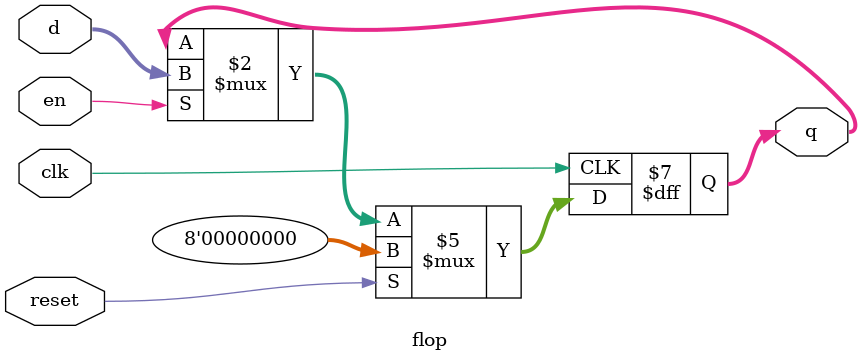
<source format=sv>
module flop
    #(parameter width = 8)
    (input logic clk,
     input logic en,
     input logic reset,
     input logic [width-1:0] d,
     output logic [width-1:0] q);

    // flip-flop that changes its value on a rising
    // edge of clk only if en == 1
    // also the flip-flop is resettable
    always_ff @(posedge clk)
        if(reset)   q <= 0;
        else if(en) q <= d;

endmodule
</source>
